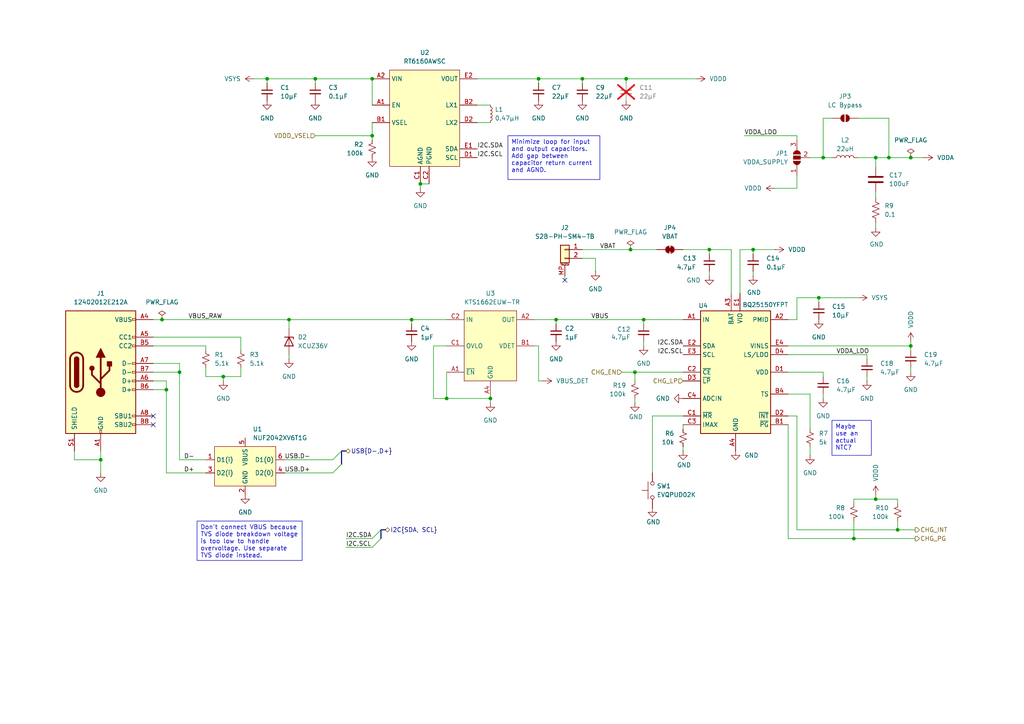
<source format=kicad_sch>
(kicad_sch (version 20231120) (generator "eeschema") (generator_version "8.0")
  (paper "A4")
  (title_block (title "USB, Battery and PMIC"))
  (lib_symbols
    (symbol "Connector:USB_C_Receptacle_USB2.0_16P" (pin_names (offset 1.016))
      (property "Reference" "J" (at 0 22.225 0))
      (property "Value" "USB_C_Receptacle_USB2.0_16P" (at 0 19.685 0))
      (symbol "USB_C_Receptacle_USB2.0_16P_0_0"
        (rectangle (start -0.254 -17.78) (end 0.254 -16.764))
        (rectangle (start 10.16 -14.986) (end 9.144 -15.494))
        (rectangle (start 10.16 -12.446) (end 9.144 -12.954))
        (rectangle (start 10.16 -4.826) (end 9.144 -5.334))
        (rectangle (start 10.16 -2.286) (end 9.144 -2.794))
        (rectangle (start 10.16 0.254) (end 9.144 -0.254))
        (rectangle (start 10.16 2.794) (end 9.144 2.286))
        (rectangle (start 10.16 7.874) (end 9.144 7.366))
        (rectangle (start 10.16 10.414) (end 9.144 9.906))
        (rectangle (start 10.16 15.494) (end 9.144 14.986))
      )
      (symbol "USB_C_Receptacle_USB2.0_16P_0_1"
        (rectangle (start -10.16 17.78) (end 10.16 -17.78) (stroke (width 0.254)) (fill (type background)))
        (arc (start -8.89 -3.81) (mid -6.985 -5.7067) (end -5.08 -3.81) (stroke (width 0.508)))
        (arc (start -7.62 -3.81) (mid -6.985 -4.4423) (end -6.35 -3.81) (stroke (width 0.254)))
        (arc (start -7.62 -3.81) (mid -6.985 -4.4423) (end -6.35 -3.81) (stroke (width 0.254)) (fill (type outline)))
        (rectangle (start -7.62 -3.81) (end -6.35 3.81) (stroke (width 0.254)) (fill (type outline)))
        (arc (start -6.35 3.81) (mid -6.985 4.4423) (end -7.62 3.81) (stroke (width 0.254)))
        (arc (start -6.35 3.81) (mid -6.985 4.4423) (end -7.62 3.81) (stroke (width 0.254)) (fill (type outline)))
        (arc (start -5.08 3.81) (mid -6.985 5.7067) (end -8.89 3.81) (stroke (width 0.508)))
        (circle (center -2.54 1.143) (radius 0.635) (stroke (width 0.254)) (fill (type outline)))
        (circle (center 0 -5.842) (radius 1.27) (fill (type outline)))
        (polyline (pts (xy -8.89 -3.81) (xy -8.89 3.81)) (stroke (width 0.508)))
        (polyline (pts (xy -5.08 3.81) (xy -5.08 -3.81)) (stroke (width 0.508)))
        (polyline (pts (xy 0 -5.842) (xy 0 4.318)) (stroke (width 0.508)))
        (polyline (pts (xy 0 -3.302) (xy -2.54 -0.762) (xy -2.54 0.508)) (stroke (width 0.508)))
        (polyline (pts (xy 0 -2.032) (xy 2.54 0.508) (xy 2.54 1.778)) (stroke (width 0.508)))
        (polyline (pts (xy -1.27 4.318) (xy 0 6.858) (xy 1.27 4.318) (xy -1.27 4.318)) (stroke (width 0.254)) (fill (type outline)))
        (rectangle (start 1.905 1.778) (end 3.175 3.048) (stroke (width 0.254)) (fill (type outline)))
      )
      (symbol "USB_C_Receptacle_USB2.0_16P_1_1"
        (pin passive line (at 0 -22.86 90) (length 5.08) (name "GND") (number "A1"))
        (pin passive line (at 0 -22.86 90) (length 5.08) hide (name "GND") (number "A12"))
        (pin passive line (at 15.24 15.24 180) (length 5.08) (name "VBUS") (number "A4"))
        (pin bidirectional line (at 15.24 10.16 180) (length 5.08) (name "CC1") (number "A5"))
        (pin bidirectional line (at 15.24 -2.54 180) (length 5.08) (name "D+") (number "A6"))
        (pin bidirectional line (at 15.24 2.54 180) (length 5.08) (name "D-") (number "A7"))
        (pin bidirectional line (at 15.24 -12.7 180) (length 5.08) (name "SBU1") (number "A8"))
        (pin passive line (at 15.24 15.24 180) (length 5.08) hide (name "VBUS") (number "A9"))
        (pin passive line (at 0 -22.86 90) (length 5.08) hide (name "GND") (number "B1"))
        (pin passive line (at 0 -22.86 90) (length 5.08) hide (name "GND") (number "B12"))
        (pin passive line (at 15.24 15.24 180) (length 5.08) hide (name "VBUS") (number "B4"))
        (pin bidirectional line (at 15.24 7.62 180) (length 5.08) (name "CC2") (number "B5"))
        (pin bidirectional line (at 15.24 -5.08 180) (length 5.08) (name "D+") (number "B6"))
        (pin bidirectional line (at 15.24 0 180) (length 5.08) (name "D-") (number "B7"))
        (pin bidirectional line (at 15.24 -15.24 180) (length 5.08) (name "SBU2") (number "B8"))
        (pin passive line (at 15.24 15.24 180) (length 5.08) hide (name "VBUS") (number "B9"))
        (pin passive line (at -7.62 -22.86 90) (length 5.08) (name "SHIELD") (number "S1"))
      )
    )
    (symbol "Connector_Generic_MountingPin:Conn_01x02_MountingPin" (pin_names (offset 1.016) hide)
      (property "Reference" "J" (at 0 2.54 0))
      (property "Value" "Conn_01x02_MountingPin" (at 1.27 -5.08 0))
      (symbol "Conn_01x02_MountingPin_1_1"
        (rectangle (start -1.27 -2.413) (end 0 -2.667) (stroke (width 0.1524)))
        (rectangle (start -1.27 0.127) (end 0 -0.127) (stroke (width 0.1524)))
        (rectangle (start -1.27 1.27) (end 1.27 -3.81) (stroke (width 0.254)) (fill (type background)))
        (polyline (pts (xy -1.016 -4.572) (xy 1.016 -4.572)) (stroke (width 0.1524)))
        (text "Mounting" (at 0 -4.191 0) (effects (font (size 0.381 0.381))))
        (pin passive line (at -5.08 0 0) (length 3.81) (name "Pin_1") (number "1"))
        (pin passive line (at -5.08 -2.54 0) (length 3.81) (name "Pin_2") (number "2"))
        (pin passive line (at 0 -7.62 90) (length 3.048) (name "MountPin") (number "MP"))
      )
    )
    (symbol "Device:C" (pin_numbers hide) (pin_names (offset 0.254))
      (property "Reference" "C" (at 0.635 2.54 0))
      (property "Value" "C" (at 0.635 -2.54 0))
      (symbol "C_0_1"
        (polyline (pts (xy -2.032 -0.762) (xy 2.032 -0.762)) (stroke (width 0.508)))
        (polyline (pts (xy -2.032 0.762) (xy 2.032 0.762)) (stroke (width 0.508)))
      )
      (symbol "C_1_1"
        (pin passive line (at 0 3.81 270) (length 2.794) (name "~") (number "1"))
        (pin passive line (at 0 -3.81 90) (length 2.794) (name "~") (number "2"))
      )
    )
    (symbol "Device:C_Small" (pin_numbers hide) (pin_names (offset 0.254) hide)
      (property "Reference" "C" (at 0.254 1.778 0))
      (property "Value" "C_Small" (at 0.254 -2.032 0))
      (symbol "C_Small_0_1"
        (polyline (pts (xy -1.524 -0.508) (xy 1.524 -0.508)) (stroke (width 0.3302)))
        (polyline (pts (xy -1.524 0.508) (xy 1.524 0.508)) (stroke (width 0.3048)))
      )
      (symbol "C_Small_1_1"
        (pin passive line (at 0 2.54 270) (length 2.032) (name "~") (number "1"))
        (pin passive line (at 0 -2.54 90) (length 2.032) (name "~") (number "2"))
      )
    )
    (symbol "Device:L" (pin_numbers hide) (pin_names (offset 1.016) hide)
      (property "Reference" "L" (at -1.27 0 90))
      (property "Value" "L" (at 1.905 0 90))
      (symbol "L_0_1"
        (arc (start 0 -2.54) (mid 0.6323 -1.905) (end 0 -1.27))
        (arc (start 0 -1.27) (mid 0.6323 -0.635) (end 0 0))
        (arc (start 0 0) (mid 0.6323 0.635) (end 0 1.27))
        (arc (start 0 1.27) (mid 0.6323 1.905) (end 0 2.54))
      )
      (symbol "L_1_1"
        (pin passive line (at 0 3.81 270) (length 1.27) (name "1") (number "1"))
        (pin passive line (at 0 -3.81 90) (length 1.27) (name "2") (number "2"))
      )
    )
    (symbol "Device:L_Small" (pin_numbers hide) (pin_names (offset 0.254) hide)
      (property "Reference" "L" (at 0.762 1.016 0))
      (property "Value" "L_Small" (at 0.762 -1.016 0))
      (symbol "L_Small_0_1"
        (arc (start 0 -2.032) (mid 0.5058 -1.524) (end 0 -1.016))
        (arc (start 0 -1.016) (mid 0.5058 -0.508) (end 0 0))
        (arc (start 0 0) (mid 0.5058 0.508) (end 0 1.016))
        (arc (start 0 1.016) (mid 0.5058 1.524) (end 0 2.032))
      )
      (symbol "L_Small_1_1"
        (pin passive line (at 0 2.54 270) (length 0.508) (name "~") (number "1"))
        (pin passive line (at 0 -2.54 90) (length 0.508) (name "~") (number "2"))
      )
    )
    (symbol "Device:R_Small_US" (pin_numbers hide) (pin_names (offset 0.254) hide)
      (property "Reference" "R" (at 0.762 0.508 0))
      (property "Value" "R_Small_US" (at 0.762 -1.016 0))
      (symbol "R_Small_US_1_1"
        (polyline (pts (xy 0 0) (xy 1.016 -0.381) (xy 0 -0.762) (xy -1.016 -1.143) (xy 0 -1.524)))
        (polyline (pts (xy 0 1.524) (xy 1.016 1.143) (xy 0 0.762) (xy -1.016 0.381) (xy 0 0)))
        (pin passive line (at 0 2.54 270) (length 1.016) (name "~") (number "1"))
        (pin passive line (at 0 -2.54 90) (length 1.016) (name "~") (number "2"))
      )
    )
    (symbol "Device:R_US" (pin_numbers hide) (pin_names (offset 0))
      (property "Reference" "R" (at 2.54 0 90))
      (property "Value" "R_US" (at -2.54 0 90))
      (symbol "R_US_0_1"
        (polyline (pts (xy 0 -2.286) (xy 0 -2.54)))
        (polyline (pts (xy 0 2.286) (xy 0 2.54)))
        (polyline (pts (xy 0 -0.762) (xy 1.016 -1.143) (xy 0 -1.524) (xy -1.016 -1.905) (xy 0 -2.286)))
        (polyline (pts (xy 0 0.762) (xy 1.016 0.381) (xy 0 0) (xy -1.016 -0.381) (xy 0 -0.762)))
        (polyline (pts (xy 0 2.286) (xy 1.016 1.905) (xy 0 1.524) (xy -1.016 1.143) (xy 0 0.762)))
      )
      (symbol "R_US_1_1"
        (pin passive line (at 0 3.81 270) (length 1.27) (name "~") (number "1"))
        (pin passive line (at 0 -3.81 90) (length 1.27) (name "~") (number "2"))
      )
    )
    (symbol "Diode:ZPYxx" (pin_numbers hide) (pin_names hide)
      (property "Reference" "D" (at 0 2.54 0))
      (property "Value" "ZPYxx" (at 0 -2.54 0))
      (symbol "ZPYxx_0_1"
        (polyline (pts (xy 1.27 0) (xy -1.27 0)))
        (polyline (pts (xy -1.27 -1.27) (xy -1.27 1.27) (xy -0.762 1.27)) (stroke (width 0.254)))
        (polyline (pts (xy 1.27 -1.27) (xy 1.27 1.27) (xy -1.27 0) (xy 1.27 -1.27)) (stroke (width 0.254)))
      )
      (symbol "ZPYxx_1_1"
        (pin passive line (at -3.81 0 0) (length 2.54) (name "K") (number "1"))
        (pin passive line (at 3.81 0 180) (length 2.54) (name "A") (number "2"))
      )
    )
    (symbol "Jumper:SolderJumper_2_Bridged" (pin_numbers hide) (pin_names (offset 0) hide) (exclude_from_sim yes) (in_bom no)
      (property "Reference" "JP" (at 0 2.032 0))
      (property "Value" "SolderJumper_2_Bridged" (at 0 -2.54 0))
      (symbol "SolderJumper_2_Bridged_0_1"
        (rectangle (start -0.508 0.508) (end 0.508 -0.508) (fill (type outline)))
        (arc (start -0.254 1.016) (mid -1.2656 0) (end -0.254 -1.016))
        (arc (start -0.254 1.016) (mid -1.2656 0) (end -0.254 -1.016) (fill (type outline)))
        (polyline (pts (xy -0.254 1.016) (xy -0.254 -1.016)))
        (polyline (pts (xy 0.254 1.016) (xy 0.254 -1.016)))
        (arc (start 0.254 -1.016) (mid 1.2656 0) (end 0.254 1.016))
        (arc (start 0.254 -1.016) (mid 1.2656 0) (end 0.254 1.016) (fill (type outline)))
      )
      (symbol "SolderJumper_2_Bridged_1_1"
        (pin passive line (at -3.81 0 0) (length 2.54) (name "A") (number "1"))
        (pin passive line (at 3.81 0 180) (length 2.54) (name "B") (number "2"))
      )
    )
    (symbol "Jumper:SolderJumper_2_Open" (pin_numbers hide) (pin_names (offset 0) hide) (exclude_from_sim yes) (in_bom no)
      (property "Reference" "JP" (at 0 2.032 0))
      (property "Value" "SolderJumper_2_Open" (at 0 -2.54 0))
      (symbol "SolderJumper_2_Open_0_1"
        (arc (start -0.254 1.016) (mid -1.2656 0) (end -0.254 -1.016))
        (arc (start -0.254 1.016) (mid -1.2656 0) (end -0.254 -1.016) (fill (type outline)))
        (polyline (pts (xy -0.254 1.016) (xy -0.254 -1.016)))
        (polyline (pts (xy 0.254 1.016) (xy 0.254 -1.016)))
        (arc (start 0.254 -1.016) (mid 1.2656 0) (end 0.254 1.016))
        (arc (start 0.254 -1.016) (mid 1.2656 0) (end 0.254 1.016) (fill (type outline)))
      )
      (symbol "SolderJumper_2_Open_1_1"
        (pin passive line (at -3.81 0 0) (length 2.54) (name "A") (number "1"))
        (pin passive line (at 3.81 0 180) (length 2.54) (name "B") (number "2"))
      )
    )
    (symbol "Jumper:SolderJumper_3_Open" (pin_names (offset 0) hide) (exclude_from_sim yes) (in_bom no)
      (property "Reference" "JP" (at -2.54 -2.54 0))
      (property "Value" "SolderJumper_3_Open" (at 0 2.794 0))
      (symbol "SolderJumper_3_Open_0_1"
        (arc (start -1.016 1.016) (mid -2.0276 0) (end -1.016 -1.016))
        (arc (start -1.016 1.016) (mid -2.0276 0) (end -1.016 -1.016) (fill (type outline)))
        (rectangle (start -0.508 1.016) (end 0.508 -1.016) (fill (type outline)))
        (polyline (pts (xy -2.54 0) (xy -2.032 0)))
        (polyline (pts (xy -1.016 1.016) (xy -1.016 -1.016)))
        (polyline (pts (xy 0 -1.27) (xy 0 -1.016)))
        (polyline (pts (xy 1.016 1.016) (xy 1.016 -1.016)))
        (polyline (pts (xy 2.54 0) (xy 2.032 0)))
        (arc (start 1.016 -1.016) (mid 2.0276 0) (end 1.016 1.016))
        (arc (start 1.016 -1.016) (mid 2.0276 0) (end 1.016 1.016) (fill (type outline)))
      )
      (symbol "SolderJumper_3_Open_1_1"
        (pin passive line (at -5.08 0 0) (length 2.54) (name "A") (number "1"))
        (pin passive line (at 0 -3.81 90) (length 2.54) (name "C") (number "2"))
        (pin passive line (at 5.08 0 180) (length 2.54) (name "B") (number "3"))
      )
    )
    (symbol "Switch:SW_Push" (pin_numbers hide) (pin_names (offset 1.016) hide)
      (property "Reference" "SW" (at 1.27 2.54 0))
      (property "Value" "SW_Push" (at 0 -1.524 0))
      (symbol "SW_Push_0_1"
        (circle (center -2.032 0) (radius 0.508))
        (polyline (pts (xy 0 1.27) (xy 0 3.048)))
        (polyline (pts (xy 2.54 1.27) (xy -2.54 1.27)))
        (circle (center 2.032 0) (radius 0.508))
        (pin passive line (at -5.08 0 0) (length 2.54) (name "1") (number "1"))
        (pin passive line (at 5.08 0 180) (length 2.54) (name "2") (number "2"))
      )
    )
    (symbol "power:GND" (power) (pin_numbers hide) (pin_names (offset 0) hide)
      (property "Value" "GND" (at 0 -3.81 0))
      (symbol "GND_0_1"
        (polyline (pts (xy 0 0) (xy 0 -1.27) (xy 1.27 -1.27) (xy 0 -2.54) (xy -1.27 -1.27) (xy 0 -1.27)))
      )
      (symbol "GND_1_1"
        (pin power_in line (at 0 0 270) (length 0) (name "~") (number "1"))
      )
    )
    (symbol "power:PWR_FLAG" (power) (pin_numbers hide) (pin_names (offset 0) hide)
      (property "Value" "PWR_FLAG" (at 0 3.81 0))
      (symbol "PWR_FLAG_0_0"
        (pin power_out line (at 0 0 90) (length 0) (name "~") (number "1"))
      )
      (symbol "PWR_FLAG_0_1"
        (polyline (pts (xy 0 0) (xy 0 1.27) (xy -1.016 1.905) (xy 0 2.54) (xy 1.016 1.905) (xy 0 1.27)))
      )
    )
    (symbol "power:VCC" (power) (pin_numbers hide) (pin_names (offset 0) hide)
      (property "Value" "VCC" (at 0 3.556 0))
      (symbol "VCC_0_1"
        (polyline (pts (xy -0.762 1.27) (xy 0 2.54)))
        (polyline (pts (xy 0 0) (xy 0 2.54)))
        (polyline (pts (xy 0 2.54) (xy 0.762 1.27)))
      )
      (symbol "VCC_1_1"
        (pin power_in line (at 0 0 90) (length 0) (name "~") (number "1"))
      )
    )
    (symbol "zeus-le:BQ25150"
      (property "Reference" "U" (at -10.16 19.05 0))
      (property "Value" "BQ25150" (at 9.652 19.05 0))
      (symbol "BQ25150_1_1"
        (rectangle (start -10.16 17.78) (end 10.16 -17.78) (stroke (width 0.254)) (fill (type background)))
        (pin power_in line (at -15.24 15.24 0) (length 5.08) (name "IN") (number "A1"))
        (pin power_out line (at 15.24 15.24 180) (length 5.08) (name "PMID") (number "A2"))
        (pin power_in line (at -1.27 22.86 270) (length 5.08) (name "BAT") (number "A3"))
        (pin power_in line (at 0 -22.86 90) (length 5.08) (name "GND") (number "A4"))
        (pin output line (at 15.24 -15.24 180) (length 5.08) (name "~{PG}") (number "B1"))
        (pin passive line (at 15.24 15.24 180) (length 5.08) hide (name "PMID") (number "B2"))
        (pin passive line (at -1.27 22.86 270) (length 5.08) hide (name "BAT") (number "B3"))
        (pin power_out line (at 15.24 -6.35 180) (length 5.08) (name "TS") (number "B4"))
        (pin input line (at -15.24 -12.7 0) (length 5.08) (name "~{MR}") (number "C1"))
        (pin input line (at -15.24 0 0) (length 5.08) (name "~{CE}") (number "C2"))
        (pin input line (at -15.24 -15.24 0) (length 5.08) (name "IMAX") (number "C3"))
        (pin input line (at -15.24 -7.62 0) (length 5.08) (name "ADCIN") (number "C4"))
        (pin power_out line (at 15.24 0 180) (length 5.08) (name "VDD") (number "D1"))
        (pin output line (at 15.24 -12.7 180) (length 5.08) (name "~{INT}") (number "D2"))
        (pin input line (at -15.24 -2.54 0) (length 5.08) (name "~{LP}") (number "D3"))
        (pin power_out line (at 15.24 5.08 180) (length 5.08) (name "LS/LDO") (number "D4"))
        (pin power_in line (at 1.27 22.86 270) (length 5.08) (name "VIO") (number "E1"))
        (pin bidirectional line (at -15.24 7.62 0) (length 5.08) (name "SDA") (number "E2"))
        (pin input line (at -15.24 5.08 0) (length 5.08) (name "SCL") (number "E3"))
        (pin power_in line (at 15.24 7.62 180) (length 5.08) (name "VINLS") (number "E4"))
      )
    )
    (symbol "zeus-le:KTS1662"
      (property "Reference" "U" (at -6.858 10.16 0))
      (property "Value" "KTS1662" (at 3.048 10.16 0))
      (symbol "KTS1662_1_1"
        (rectangle (start -7.62 8.89) (end 7.62 -11.43) (fill (type background)))
        (pin input line (at -12.7 -8.89 0) (length 5.08) (name "~{EN}") (number "A1"))
        (pin power_out line (at 12.7 6.35 180) (length 5.08) (name "OUT") (number "A2"))
        (pin passive line (at 12.7 6.35 180) (length 5.08) hide (name "OUT") (number "A3"))
        (pin power_in line (at 0 -16.51 90) (length 5.08) (name "GND") (number "A4"))
        (pin power_out line (at 12.7 -1.27 180) (length 5.08) (name "VDET") (number "B1"))
        (pin passive line (at 12.7 6.35 180) (length 5.08) hide (name "OUT") (number "B2"))
        (pin passive line (at -12.7 6.35 0) (length 5.08) hide (name "IN") (number "B3"))
        (pin passive line (at 0 -16.51 90) (length 5.08) hide (name "GND") (number "B4"))
        (pin input line (at -12.7 -1.27 0) (length 5.08) (name "OVLO") (number "C1"))
        (pin power_in line (at -12.7 6.35 0) (length 5.08) (name "IN") (number "C2"))
        (pin passive line (at -12.7 6.35 0) (length 5.08) hide (name "IN") (number "C3"))
        (pin passive line (at 0 -16.51 90) (length 5.08) hide (name "GND") (number "C4"))
      )
    )
    (symbol "zeus-le:NUF2042XV6"
      (property "Reference" "U" (at -8.382 13.97 0))
      (property "Value" "NUF2042XV6" (at 7.62 13.97 0))
      (symbol "NUF2042XV6_1_1"
        (rectangle (start -8.89 12.7) (end 8.89 1.27) (fill (type background)))
        (pin passive line (at -11.43 8.89 0) (length 2.54) (name "D1(i)") (number "1"))
        (pin power_in line (at 0 -1.27 90) (length 2.54) (name "GND") (number "2"))
        (pin passive line (at -11.43 5.08 0) (length 2.54) (name "D2(i)") (number "3"))
        (pin passive line (at 11.43 5.08 180) (length 2.54) (name "D2(0)") (number "4"))
        (pin power_in line (at 0 15.24 270) (length 2.54) (name "VBUS") (number "5"))
        (pin passive line (at 11.43 8.89 180) (length 2.54) (name "D1(0)") (number "6"))
      )
    )
    (symbol "zeus-le:RT6160AWSC"
      (property "Reference" "U" (at -9.652 14.986 0))
      (property "Value" "RT6160AWSC" (at 6.096 14.986 0))
      (symbol "RT6160AWSC_1_1"
        (rectangle (start -10.16 13.97) (end 10.16 -13.97) (fill (type background)))
        (pin input line (at -15.24 3.81 0) (length 5.08) (name "EN") (number "A1"))
        (pin power_in line (at -15.24 11.43 0) (length 5.08) (name "VIN") (number "A2"))
        (pin passive line (at -15.24 11.43 0) (length 5.08) hide (name "VIN") (number "A3"))
        (pin input line (at -15.24 -1.27 0) (length 5.08) (name "VSEL") (number "B1"))
        (pin output line (at 15.24 3.81 180) (length 5.08) (name "LX1") (number "B2"))
        (pin passive line (at 15.24 3.81 180) (length 5.08) hide (name "LX1") (number "B3"))
        (pin power_in line (at -1.27 -19.05 90) (length 5.08) (name "AGND") (number "C1"))
        (pin power_in line (at 1.27 -19.05 90) (length 5.08) (name "PGND") (number "C2"))
        (pin passive line (at 1.27 -19.05 90) (length 5.08) hide (name "PGND") (number "C3"))
        (pin input line (at 15.24 -11.43 180) (length 5.08) (name "SCL") (number "D1"))
        (pin output line (at 15.24 -1.27 180) (length 5.08) (name "LX2") (number "D2"))
        (pin passive line (at 15.24 -1.27 180) (length 5.08) hide (name "LX2") (number "D3"))
        (pin bidirectional line (at 15.24 -8.89 180) (length 5.08) (name "SDA") (number "E1"))
        (pin power_out line (at 15.24 11.43 180) (length 5.08) (name "VOUT") (number "E2"))
        (pin passive line (at 15.24 11.43 180) (length 5.08) hide (name "VOUT") (number "E3"))
      )
    )
  )
  (junction (at 52.07 107.95))
  (junction (at 186.69 92.71))
  (junction (at 156.21 22.86))
  (junction (at 121.92 53.34))
  (junction (at 29.21 133.35))
  (junction (at 218.44 72.39))
  (junction (at 77.47 22.86))
  (junction (at 48.26 113.03))
  (junction (at 237.49 86.36))
  (junction (at 247.65 156.21))
  (junction (at 119.38 92.71))
  (junction (at 168.91 22.86))
  (junction (at 107.95 39.37))
  (junction (at 91.44 22.86))
  (junction (at 182.88 72.39))
  (junction (at 46.99 92.71))
  (junction (at 142.24 115.57))
  (junction (at 254 144.78))
  (junction (at 257.81 45.72))
  (junction (at 184.15 107.95))
  (junction (at 181.61 22.86))
  (junction (at 264.16 45.72))
  (junction (at 260.35 153.67))
  (junction (at 83.82 92.71))
  (junction (at 64.77 109.22))
  (junction (at 129.54 115.57))
  (junction (at 161.29 92.71))
  (junction (at 254 45.72))
  (junction (at 205.74 72.39))
  (junction (at 107.95 22.86))
  (junction (at 238.76 45.72))
  (junction (at 264.16 100.33))
  (no_connect (at 44.45 123.19))
  (no_connect (at 163.83 81.28))
  (no_connect (at 44.45 120.65))
  (bus_entry (at 99.06 130.81) (size -2.54 2.54))
  (bus_entry (at 99.06 134.62) (size -2.54 2.54))
  (bus_entry (at 110.49 153.67) (size -2.54 2.54))
  (bus_entry (at 110.49 156.21) (size -2.54 2.54))
  (wire (pts (xy 238.76 34.29) (xy 241.3 34.29)))
  (wire (pts (xy 231.14 92.71) (xy 228.6 92.71)))
  (wire (pts (xy 254 48.26) (xy 254 45.72)))
  (wire (pts (xy 77.47 24.13) (xy 77.47 22.86)))
  (wire (pts (xy 231.14 54.61) (xy 231.14 50.8)))
  (wire (pts (xy 138.43 22.86) (xy 156.21 22.86)))
  (wire (pts (xy 91.44 24.13) (xy 91.44 22.86)))
  (wire (pts (xy 59.69 100.33) (xy 59.69 101.6)))
  (wire (pts (xy 83.82 92.71) (xy 83.82 95.25)))
  (wire (pts (xy 125.73 100.33) (xy 125.73 115.57)))
  (wire (pts (xy 138.43 30.48) (xy 142.24 30.48)))
  (wire (pts (xy 205.74 80.01) (xy 205.74 78.74)))
  (wire (pts (xy 234.95 129.54) (xy 234.95 132.08)))
  (wire (pts (xy 48.26 137.16) (xy 48.26 113.03)))
  (wire (pts (xy 254 144.78) (xy 260.35 144.78)))
  (wire (pts (xy 168.91 22.86) (xy 181.61 22.86)))
  (wire (pts (xy 154.94 92.71) (xy 161.29 92.71)))
  (wire (pts (xy 91.44 39.37) (xy 107.95 39.37)))
  (wire (pts (xy 156.21 100.33) (xy 156.21 110.49)))
  (wire (pts (xy 247.65 144.78) (xy 247.65 146.05)))
  (wire (pts (xy 83.82 92.71) (xy 119.38 92.71)))
  (wire (pts (xy 260.35 153.67) (xy 231.14 153.67)))
  (wire (pts (xy 52.07 133.35) (xy 59.69 133.35)))
  (wire (pts (xy 107.95 39.37) (xy 107.95 35.56)))
  (wire (pts (xy 186.69 93.98) (xy 186.69 92.71)))
  (wire (pts (xy 163.83 81.28) (xy 163.83 80.01)))
  (wire (pts (xy 264.16 99.06) (xy 264.16 100.33)))
  (wire (pts (xy 168.91 72.39) (xy 182.88 72.39)))
  (wire (pts (xy 156.21 110.49) (xy 157.48 110.49)))
  (wire (pts (xy 107.95 22.86) (xy 107.95 30.48)))
  (wire (pts (xy 77.47 22.86) (xy 91.44 22.86)))
  (wire (pts (xy 212.09 72.39) (xy 212.09 85.09)))
  (wire (pts (xy 82.55 137.16) (xy 96.52 137.16)))
  (wire (pts (xy 231.14 39.37) (xy 231.14 40.64)))
  (wire (pts (xy 238.76 45.72) (xy 238.76 34.29)))
  (wire (pts (xy 52.07 105.41) (xy 52.07 107.95)))
  (wire (pts (xy 91.44 22.86) (xy 107.95 22.86)))
  (wire (pts (xy 29.21 133.35) (xy 29.21 130.81)))
  (wire (pts (xy 234.95 114.3) (xy 234.95 124.46)))
  (wire (pts (xy 100.33 156.21) (xy 107.95 156.21)))
  (wire (pts (xy 214.63 72.39) (xy 218.44 72.39)))
  (wire (pts (xy 228.6 102.87) (xy 251.46 102.87)))
  (wire (pts (xy 184.15 107.95) (xy 198.12 107.95)))
  (wire (pts (xy 154.94 100.33) (xy 156.21 100.33)))
  (wire (pts (xy 182.88 72.39) (xy 190.5 72.39)))
  (wire (pts (xy 172.72 74.93) (xy 172.72 78.74)))
  (wire (pts (xy 181.61 22.86) (xy 201.93 22.86)))
  (wire (pts (xy 142.24 116.84) (xy 142.24 115.57)))
  (wire (pts (xy 238.76 107.95) (xy 238.76 109.22)))
  (wire (pts (xy 237.49 86.36) (xy 237.49 87.63)))
  (wire (pts (xy 44.45 113.03) (xy 48.26 113.03)))
  (wire (pts (xy 69.85 106.68) (xy 69.85 109.22)))
  (wire (pts (xy 257.81 45.72) (xy 264.16 45.72)))
  (wire (pts (xy 198.12 124.46) (xy 198.12 123.19)))
  (wire (pts (xy 181.61 24.13) (xy 181.61 22.86)))
  (wire (pts (xy 121.92 53.34) (xy 121.92 54.61)))
  (bus (pts (xy 99.06 130.81) (xy 99.06 134.62)))
  (wire (pts (xy 198.12 72.39) (xy 205.74 72.39)))
  (wire (pts (xy 121.92 53.34) (xy 124.46 53.34)))
  (wire (pts (xy 254 45.72) (xy 257.81 45.72)))
  (wire (pts (xy 59.69 106.68) (xy 59.69 109.22)))
  (wire (pts (xy 156.21 22.86) (xy 168.91 22.86)))
  (wire (pts (xy 21.59 130.81) (xy 21.59 133.35)))
  (wire (pts (xy 44.45 100.33) (xy 59.69 100.33)))
  (wire (pts (xy 231.14 120.65) (xy 228.6 120.65)))
  (bus (pts (xy 111.76 153.67) (xy 110.49 153.67)))
  (wire (pts (xy 251.46 104.14) (xy 251.46 102.87)))
  (wire (pts (xy 180.34 107.95) (xy 184.15 107.95)))
  (wire (pts (xy 231.14 153.67) (xy 231.14 120.65)))
  (wire (pts (xy 264.16 107.95) (xy 264.16 106.68)))
  (wire (pts (xy 129.54 107.95) (xy 129.54 115.57)))
  (wire (pts (xy 251.46 110.49) (xy 251.46 109.22)))
  (wire (pts (xy 254 66.04) (xy 254 64.77)))
  (wire (pts (xy 247.65 156.21) (xy 265.43 156.21)))
  (wire (pts (xy 21.59 133.35) (xy 29.21 133.35)))
  (wire (pts (xy 52.07 107.95) (xy 52.07 133.35)))
  (wire (pts (xy 184.15 115.57) (xy 184.15 116.84)))
  (wire (pts (xy 138.43 35.56) (xy 142.24 35.56)))
  (wire (pts (xy 189.23 120.65) (xy 198.12 120.65)))
  (wire (pts (xy 254 144.78) (xy 247.65 144.78)))
  (wire (pts (xy 168.91 74.93) (xy 172.72 74.93)))
  (wire (pts (xy 254 143.51) (xy 254 144.78)))
  (wire (pts (xy 119.38 92.71) (xy 129.54 92.71)))
  (wire (pts (xy 44.45 105.41) (xy 52.07 105.41)))
  (wire (pts (xy 257.81 34.29) (xy 257.81 45.72)))
  (wire (pts (xy 69.85 97.79) (xy 69.85 101.6)))
  (wire (pts (xy 205.74 72.39) (xy 212.09 72.39)))
  (wire (pts (xy 44.45 107.95) (xy 52.07 107.95)))
  (wire (pts (xy 238.76 115.57) (xy 238.76 114.3)))
  (wire (pts (xy 238.76 45.72) (xy 241.3 45.72)))
  (wire (pts (xy 264.16 45.72) (xy 267.97 45.72)))
  (wire (pts (xy 224.79 54.61) (xy 231.14 54.61)))
  (wire (pts (xy 168.91 24.13) (xy 168.91 22.86)))
  (wire (pts (xy 184.15 107.95) (xy 184.15 110.49)))
  (wire (pts (xy 248.92 34.29) (xy 257.81 34.29)))
  (wire (pts (xy 64.77 110.49) (xy 64.77 109.22)))
  (wire (pts (xy 260.35 144.78) (xy 260.35 146.05)))
  (wire (pts (xy 119.38 92.71) (xy 119.38 93.98)))
  (wire (pts (xy 218.44 73.66) (xy 218.44 72.39)))
  (wire (pts (xy 125.73 100.33) (xy 129.54 100.33)))
  (wire (pts (xy 214.63 85.09) (xy 214.63 72.39)))
  (wire (pts (xy 228.6 100.33) (xy 264.16 100.33)))
  (wire (pts (xy 29.21 137.16) (xy 29.21 133.35)))
  (wire (pts (xy 44.45 92.71) (xy 46.99 92.71)))
  (wire (pts (xy 73.66 22.86) (xy 77.47 22.86)))
  (wire (pts (xy 82.55 133.35) (xy 96.52 133.35)))
  (wire (pts (xy 228.6 156.21) (xy 247.65 156.21)))
  (wire (pts (xy 260.35 151.13) (xy 260.35 153.67)))
  (wire (pts (xy 231.14 86.36) (xy 231.14 92.71)))
  (wire (pts (xy 234.95 45.72) (xy 238.76 45.72)))
  (wire (pts (xy 205.74 73.66) (xy 205.74 72.39)))
  (wire (pts (xy 218.44 72.39) (xy 224.79 72.39)))
  (wire (pts (xy 107.95 40.64) (xy 107.95 39.37)))
  (wire (pts (xy 198.12 129.54) (xy 198.12 130.81)))
  (wire (pts (xy 100.33 158.75) (xy 107.95 158.75)))
  (wire (pts (xy 186.69 100.33) (xy 186.69 99.06)))
  (wire (pts (xy 264.16 101.6) (xy 264.16 100.33)))
  (wire (pts (xy 125.73 115.57) (xy 129.54 115.57)))
  (wire (pts (xy 44.45 97.79) (xy 69.85 97.79)))
  (wire (pts (xy 46.99 92.71) (xy 83.82 92.71)))
  (wire (pts (xy 48.26 137.16) (xy 59.69 137.16)))
  (wire (pts (xy 254 57.15) (xy 254 55.88)))
  (wire (pts (xy 228.6 107.95) (xy 238.76 107.95)))
  (wire (pts (xy 228.6 123.19) (xy 228.6 156.21)))
  (bus (pts (xy 110.49 156.21) (xy 110.49 153.67)))
  (wire (pts (xy 218.44 78.74) (xy 218.44 80.01)))
  (wire (pts (xy 59.69 109.22) (xy 64.77 109.22)))
  (bus (pts (xy 99.06 130.81) (xy 100.33 130.81)))
  (wire (pts (xy 247.65 151.13) (xy 247.65 156.21)))
  (wire (pts (xy 215.9 39.37) (xy 231.14 39.37)))
  (wire (pts (xy 161.29 92.71) (xy 186.69 92.71)))
  (wire (pts (xy 189.23 137.16) (xy 189.23 120.65)))
  (wire (pts (xy 48.26 110.49) (xy 48.26 113.03)))
  (wire (pts (xy 248.92 86.36) (xy 237.49 86.36)))
  (wire (pts (xy 44.45 110.49) (xy 48.26 110.49)))
  (wire (pts (xy 83.82 104.14) (xy 83.82 102.87)))
  (wire (pts (xy 228.6 114.3) (xy 234.95 114.3)))
  (wire (pts (xy 69.85 109.22) (xy 64.77 109.22)))
  (wire (pts (xy 156.21 24.13) (xy 156.21 22.86)))
  (wire (pts (xy 265.43 153.67) (xy 260.35 153.67)))
  (wire (pts (xy 161.29 92.71) (xy 161.29 93.98)))
  (wire (pts (xy 129.54 115.57) (xy 142.24 115.57)))
  (wire (pts (xy 186.69 92.71) (xy 198.12 92.71)))
  (wire (pts (xy 237.49 86.36) (xy 231.14 86.36)))
  (wire (pts (xy 248.92 45.72) (xy 254 45.72)))
  (text_box "Minimize loop for input and output capacitors. Add gap between capacitor return current and AGND." (at 147.32 39.37 0) (size 26.67 12.7) (effects (font (size 1.27 1.27)) (justify left top)))
  (text_box "Don't connect VBUS because TVS diode breakdown voltage is too low to handle overvoltage. Use separate TVS diode instead." (at 57.15 151.13 0) (size 30.48 11.43) (effects (font (size 1.27 1.27)) (justify left top)))
  (text_box "Maybe use an actual NTC?" (at 241.3 121.92 0) (size 11.43 10.16) (effects (font (size 1.27 1.27)) (justify left top)))
  (label "VDDA_LDO" (at 242.57 102.87 0))
  (label "I2C.SCL" (at 198.12 102.87 180))
  (label "I2C.SCL" (at 138.43 45.72 0))
  (label "VDDA_LDO" (at 215.9 39.37 0))
  (label "I2C.SDA" (at 138.43 43.18 0))
  (label "I2C.SDA" (at 198.12 100.33 180))
  (label "I2C.SCL" (at 100.33 158.75 0))
  (label "VBUS" (at 171.45 92.71 0))
  (label "USB.D-" (at 82.55 133.35 0))
  (label "VBUS_RAW" (at 54.61 92.71 0))
  (label "USB.D+" (at 82.55 137.16 0))
  (label "D+" (at 53.34 137.16 0))
  (label "VBAT" (at 173.99 72.39 0))
  (label "D-" (at 53.34 133.35 0))
  (label "I2C.SDA" (at 100.33 156.21 0))
  (hierarchical_label "CHG_INT" (shape output) (at 265.43 153.67 0))
  (hierarchical_label "CHG_PG" (shape output) (at 265.43 156.21 0))
  (hierarchical_label "USB{D-,D+}" (shape bidirectional) (at 100.33 130.81 0))
  (hierarchical_label "VDDD_VSEL" (shape input) (at 91.44 39.37 180))
  (hierarchical_label "CHG_LP" (shape input) (at 198.12 110.49 180))
  (hierarchical_label "CHG_EN" (shape input) (at 180.34 107.95 180))
  (hierarchical_label "I2C{SDA, SCL}" (shape bidirectional) (at 111.76 153.67 0))
  (symbol (lib_id "zeus-le:NUF2042XV6") (at 71.12 142.24 0) (unit 1)
    (property "Reference" "U1" (at 73.3141 124.46 0) (effects (justify left)))
    (property "Value" "NUF2042XV6T1G" (at 73.3141 127 0) (effects (justify left)))
    (property "Footprint" "Package_TO_SOT_SMD:SOT-563" (effects (hide yes)))
    (property "Datasheet" "https://www.onsemi.com/pdf/datasheet/nuf2030xv6-d.pdf" (effects (hide yes)))
    (property "Description" "USB Upstream Terminator with ESD Protection, SOT-563" (effects (hide yes)))
  )
  (symbol (lib_id "Device:C_Small") (at 181.61 26.67 0) (unit 1) (dnp yes)
    (property "Reference" "C11" (at 185.42 25.3999 0) (effects (justify left)))
    (property "Value" "22µF" (at 185.42 27.9399 0) (effects (justify left)))
    (property "Footprint" "Capacitor_SMD:C_0603_1608Metric" (effects (hide yes)))
    (property "Description" "Capacitor, 16V, X7R" (effects (hide yes)))
    (property "manf#" "CL10A226MP8NUNE" (effects (hide yes)))
  )
  (symbol (lib_id "power:GND") (at 213.36 130.81 0) (unit 1)
    (property "Reference" "#PWR030" (effects (hide yes)))
    (property "Value" "GND" (at 215.9 132.0799 0) (effects (justify left)))
    (property "Description" "Power symbol creates a global label with name \"GND\" , ground" (effects (hide yes)))
  )
  (symbol (lib_id "Device:R_Small_US") (at 198.12 127 0) (unit 1)
    (property "Reference" "R6" (at 195.58 125.7299 0) (effects (justify right)))
    (property "Value" "10k" (at 195.58 128.2699 0) (effects (justify right)))
    (property "Footprint" "Resistor_SMD:R_0402_1005Metric" (effects (hide yes)))
    (property "Description" "Resistor, +/- 10%" (effects (hide yes)))
  )
  (symbol (lib_id "Device:C_Small") (at 251.46 106.68 0) (unit 1)
    (property "Reference" "C18" (at 255.27 105.4099 0) (effects (justify left)))
    (property "Value" "4.7µF" (at 255.27 107.9499 0) (effects (justify left)))
    (property "Footprint" "Capacitor_SMD:C_0603_1608Metric" (effects (hide yes)))
    (property "Description" "Capacitor, 25V, X7R, >1µF after derating" (effects (hide yes)))
  )
  (symbol (lib_id "power:GND") (at 184.15 116.84 0) (unit 1)
    (property "Reference" "#PWR044" (effects (hide yes)))
    (property "Value" "GND" (at 182.372 120.904 0) (effects (justify left)))
    (property "Description" "Power symbol creates a global label with name \"GND\" , ground" (effects (hide yes)))
  )
  (symbol (lib_id "power:GND") (at 161.29 99.06 0) (unit 1)
    (property "Reference" "#PWR08" (effects (hide yes)))
    (property "Value" "GND" (at 161.29 104.14 0))
    (property "Description" "Power symbol creates a global label with name \"GND\" , ground" (effects (hide yes)))
  )
  (symbol (lib_id "power:VCC") (at 224.79 72.39 270) (unit 1)
    (property "Reference" "#PWR033" (effects (hide yes)))
    (property "Value" "VDDD" (at 228.6 72.3899 90) (effects (justify left)))
    (property "Description" "Digital supply, 3.4V" (effects (hide yes)))
  )
  (symbol (lib_id "Device:R_Small_US") (at 69.85 104.14 0) (unit 1)
    (property "Reference" "R3" (at 72.39 102.8699 0) (effects (justify left)))
    (property "Value" "5.1k" (at 72.39 105.4099 0) (effects (justify left)))
    (property "Footprint" "Resistor_SMD:R_0402_1005Metric" (effects (hide yes)))
    (property "Description" "Resistor, small US symbol" (effects (hide yes)))
  )
  (symbol (lib_id "power:GND") (at 198.12 130.81 0) (unit 1)
    (property "Reference" "#PWR028" (effects (hide yes)))
    (property "Value" "GND" (at 196.342 134.874 0) (effects (justify left)))
    (property "Description" "Power symbol creates a global label with name \"GND\" , ground" (effects (hide yes)))
  )
  (symbol (lib_id "power:GND") (at 156.21 29.21 0) (unit 1)
    (property "Reference" "#PWR015" (effects (hide yes)))
    (property "Value" "GND" (at 156.21 34.29 0))
    (property "Description" "Power symbol creates a global label with name \"GND\" , ground" (effects (hide yes)))
  )
  (symbol (lib_id "power:GND") (at 64.77 110.49 0) (unit 1)
    (property "Reference" "#PWR05" (effects (hide yes)))
    (property "Value" "GND" (at 64.77 115.57 0))
    (property "Description" "Power symbol creates a global label with name \"GND\" , ground" (effects (hide yes)))
  )
  (symbol (lib_id "Device:R_Small_US") (at 260.35 148.59 0) (mirror y) (unit 1)
    (property "Reference" "R10" (at 257.81 147.3199 0) (effects (justify left)))
    (property "Value" "100k" (at 257.81 149.8599 0) (effects (justify left)))
    (property "Footprint" "Resistor_SMD:R_0402_1005Metric" (effects (hide yes)))
    (property "Description" "Resistor, small US symbol" (effects (hide yes)))
  )
  (symbol (lib_id "Device:R_Small_US") (at 59.69 104.14 0) (unit 1)
    (property "Reference" "R1" (at 62.23 102.8699 0) (effects (justify left)))
    (property "Value" "5.1k" (at 62.23 105.4099 0) (effects (justify left)))
    (property "Footprint" "Resistor_SMD:R_0402_1005Metric" (effects (hide yes)))
    (property "Description" "Resistor, small US symbol" (effects (hide yes)))
  )
  (symbol (lib_id "power:GND") (at 237.49 92.71 0) (unit 1)
    (property "Reference" "#PWR035" (effects (hide yes)))
    (property "Value" "GND" (at 237.49 97.79 0))
    (property "Description" "Power symbol creates a global label with name \"GND\" , ground" (effects (hide yes)))
  )
  (symbol (lib_id "power:GND") (at 238.76 115.57 0) (unit 1)
    (property "Reference" "#PWR036" (effects (hide yes)))
    (property "Value" "GND" (at 238.76 120.65 0))
    (property "Description" "Power symbol creates a global label with name \"GND\" , ground" (effects (hide yes)))
  )
  (symbol (lib_id "power:GND") (at 186.69 100.33 0) (unit 1)
    (property "Reference" "#PWR025" (effects (hide yes)))
    (property "Value" "GND" (at 186.69 105.41 0))
    (property "Description" "Power symbol creates a global label with name \"GND\" , ground" (effects (hide yes)))
  )
  (symbol (lib_id "zeus-le:KTS1662") (at 142.24 99.06 0) (unit 1)
    (property "Reference" "U3" (at 142.24 85.09 0))
    (property "Value" " KTS1662EUW-TR" (at 142.24 87.63 0))
    (property "Footprint" "zeus-le:Kinetic_WLCSP-12_1.94x1.28mm_Layout4x3_P0.4mm_Ball0.25mm_Pad0.25mm_NSMD" (effects (hide yes)))
    (property "Datasheet" "https://www.kinet-ic.com/uploads/KTS1662-04d.pdf" (effects (hide yes)))
    (property "Description" "Adjustable Overvoltage Protection Switch, WLCSP-12" (effects (hide yes)))
  )
  (symbol (lib_id "Jumper:SolderJumper_2_Bridged") (at 194.31 72.39 0) (unit 1) (exclude_from_sim yes) (in_bom no)
    (property "Reference" "JP4" (at 194.31 66.04 0))
    (property "Value" "VBAT" (at 194.31 68.58 0))
    (property "Footprint" "Jumper:SolderJumper-2_P1.3mm_Bridged_RoundedPad1.0x1.5mm" (effects (hide yes)))
    (property "Description" "Solder Jumper, 2-pole, closed/bridged" (effects (hide yes)))
  )
  (symbol (lib_id "power:PWR_FLAG") (at 46.99 92.71 0) (unit 1)
    (property "Reference" "#FLG01" (effects (hide yes)))
    (property "Value" "PWR_FLAG" (at 46.99 87.63 0))
    (property "Description" "Special symbol for telling ERC where power comes from" (effects (hide yes)))
  )
  (symbol (lib_id "Device:C_Small") (at 205.74 76.2 0) (mirror y) (unit 1)
    (property "Reference" "C13" (at 201.93 74.9299 0) (effects (justify left)))
    (property "Value" "4.7µF" (at 201.93 77.4699 0) (effects (justify left)))
    (property "Footprint" "Capacitor_SMD:C_0603_1608Metric" (effects (hide yes)))
    (property "Description" "Capacitor, decoupling, connected to battery; check leakage" (effects (hide yes)))
  )
  (symbol (lib_id "zeus-le:BQ25150") (at 213.36 107.95 0) (unit 1)
    (property "Reference" "U4" (at 203.962 88.646 0))
    (property "Value" "BQ25150YFPT" (at 221.996 88.392 0))
    (property "Footprint" "zeus-le:Texas_DSBGA-20_1.615x2.015mm_Layout4x5_P0.4mm" (effects (hide yes)))
    (property "Datasheet" "http://www.ti.com/lit/ds/symlink/bq25150.pdf" (effects (hide yes)))
    (property "Description" "I2C Controlled 1-Cell 500-mA Linear Charger with 10-nA Ship Mode, Advanced Power Path Management and Control, ADC, and LDO, DSBGA-20" (effects (hide yes)))
  )
  (symbol (lib_id "power:VCC") (at 264.16 99.06 0) (unit 1)
    (property "Reference" "#PWR042" (effects (hide yes)))
    (property "Value" "VDDD" (at 264.1599 95.25 90) (effects (justify left)))
    (property "Description" "Digital supply, 3.4V" (effects (hide yes)))
  )
  (symbol (lib_id "Device:R_Small_US") (at 234.95 127 0) (unit 1)
    (property "Reference" "R7" (at 237.49 125.7299 0) (effects (justify left)))
    (property "Value" "5k" (at 237.49 128.2699 0) (effects (justify left)))
    (property "Footprint" "Resistor_SMD:R_0402_1005Metric" (effects (hide yes)))
    (property "Description" "Resistor, small US symbol" (effects (hide yes)))
  )
  (symbol (lib_id "Connector_Generic_MountingPin:Conn_01x02_MountingPin") (at 163.83 72.39 0) (mirror y) (unit 1)
    (property "Reference" "J2" (at 163.83 66.04 0))
    (property "Value" "S2B-PH-SM4-TB" (at 163.83 68.58 0))
    (property "Footprint" "Connector_JST:JST_PH_S2B-PH-SM4-TB_1x02-1MP_P2.00mm_Horizontal" (effects (hide yes)))
    (property "Description" "Generic connectable mounting pin connector, single row, 01x02, script generated (kicad-library-utils/schlib/autogen/connector/)" (effects (hide yes)))
    (property "Manufacturer" "JST" (effects (hide yes)))
  )
  (symbol (lib_id "power:GND") (at 142.24 116.84 0) (unit 1)
    (property "Reference" "#PWR012" (effects (hide yes)))
    (property "Value" "GND" (at 142.24 121.92 0))
    (property "Description" "Power symbol creates a global label with name \"GND\" , ground" (effects (hide yes)))
  )
  (symbol (lib_id "power:GND") (at 251.46 110.49 0) (unit 1)
    (property "Reference" "#PWR040" (effects (hide yes)))
    (property "Value" "GND" (at 251.46 115.57 0))
    (property "Description" "Power symbol creates a global label with name \"GND\" , ground" (effects (hide yes)))
  )
  (symbol (lib_id "Device:L_Small") (at 142.24 33.02 0) (unit 1)
    (property "Reference" "L1" (at 143.51 31.7499 0) (effects (justify left)))
    (property "Value" "0.47µH" (at 143.51 34.2899 0) (effects (justify left)))
    (property "Footprint" "Inductor_SMD:L_Coilcraft_XxL4020" (effects (hide yes)))
    (property "Description" "Buck-boost inductor" (effects (hide yes)))
    (property "manf#" "XFL4015-471MEC" (effects (hide yes)))
  )
  (symbol (lib_id "power:GND") (at 264.16 107.95 0) (unit 1)
    (property "Reference" "#PWR043" (effects (hide yes)))
    (property "Value" "GND" (at 264.16 113.03 0))
    (property "Description" "Power symbol creates a global label with name \"GND\" , ground" (effects (hide yes)))
  )
  (symbol (lib_id "power:GND") (at 198.12 115.57 270) (unit 1)
    (property "Reference" "#PWR027" (effects (hide yes)))
    (property "Value" "GND" (at 194.31 115.5699 90) (effects (justify right)))
    (property "Description" "Power symbol creates a global label with name \"GND\" , ground" (effects (hide yes)))
  )
  (symbol (lib_id "Device:R_Small_US") (at 184.15 113.03 0) (mirror y) (unit 1)
    (property "Reference" "R19" (at 181.61 111.7599 0) (effects (justify left)))
    (property "Value" "100k" (at 181.61 114.2999 0) (effects (justify left)))
    (property "Footprint" "Resistor_SMD:R_0402_1005Metric" (effects (hide yes)))
    (property "Description" "Resistor, small US symbol" (effects (hide yes)))
  )
  (symbol (lib_id "power:PWR_FLAG") (at 264.16 45.72 0) (unit 1)
    (property "Reference" "#FLG03" (effects (hide yes)))
    (property "Value" "PWR_FLAG" (at 264.16 40.64 0))
    (property "Description" "Special symbol for telling ERC where power comes from" (effects (hide yes)))
  )
  (symbol (lib_id "power:GND") (at 218.44 80.01 0) (mirror y) (unit 1)
    (property "Reference" "#PWR032" (effects (hide yes)))
    (property "Value" "GND" (at 220.726 84.836 0) (effects (justify left)))
    (property "Description" "Power symbol creates a global label with name \"GND\" , ground" (effects (hide yes)))
  )
  (symbol (lib_id "power:GND") (at 181.61 29.21 0) (unit 1)
    (property "Reference" "#PWR019" (effects (hide yes)))
    (property "Value" "GND" (at 181.61 34.29 0))
    (property "Description" "Power symbol creates a global label with name \"GND\" , ground" (effects (hide yes)))
  )
  (symbol (lib_id "power:GND") (at 205.74 80.01 0) (mirror y) (unit 1)
    (property "Reference" "#PWR029" (effects (hide yes)))
    (property "Value" "GND" (at 203.2 81.2799 0) (effects (justify left)))
    (property "Description" "Power symbol creates a global label with name \"GND\" , ground" (effects (hide yes)))
  )
  (symbol (lib_id "power:GND") (at 121.92 54.61 0) (unit 1)
    (property "Reference" "#PWR011" (effects (hide yes)))
    (property "Value" "GND" (at 121.92 59.69 0))
    (property "Description" "Power symbol creates a global label with name \"GND\" , ground" (effects (hide yes)))
  )
  (symbol (lib_id "power:VCC") (at 73.66 22.86 90) (unit 1)
    (property "Reference" "#PWR03" (effects (hide yes)))
    (property "Value" "VSYS" (at 69.85 22.8601 90) (effects (justify left)))
    (property "Description" "Unregulated supply, 2.9V - 5.25V" (effects (hide yes)))
  )
  (symbol (lib_id "Device:R_US") (at 254 60.96 0) (unit 1)
    (property "Reference" "R9" (at 256.54 59.6899 0) (effects (justify left)))
    (property "Value" "0.1" (at 256.54 62.2299 0) (effects (justify left)))
    (property "Footprint" "Resistor_SMD:R_0402_1005Metric" (effects (hide yes)))
    (property "Description" "Resistor, US symbol" (effects (hide yes)))
  )
  (symbol (lib_id "power:GND") (at 189.23 147.32 0) (unit 1)
    (property "Reference" "#PWR026" (effects (hide yes)))
    (property "Value" "GND" (at 187.452 151.384 0) (effects (justify left)))
    (property "Description" "Power symbol creates a global label with name \"GND\" , ground" (effects (hide yes)))
  )
  (symbol (lib_id "Switch:SW_Push") (at 189.23 142.24 90) (unit 1)
    (property "Reference" "SW1" (at 190.5 140.9699 90) (effects (justify right)))
    (property "Value" "EVQPUD02K" (at 190.5 143.5099 90) (effects (justify right)))
    (property "Footprint" "Button_Switch_SMD:Panasonic_EVQPUM_EVQPUD" (effects (hide yes)))
    (property "Description" "Power/Reset" (effects (hide yes)))
    (property "manf#" "EVQ-P7D01P" (effects (hide yes)))
  )
  (symbol (lib_id "Device:C_Small") (at 156.21 26.67 0) (unit 1)
    (property "Reference" "C7" (at 160.02 25.3999 0) (effects (justify left)))
    (property "Value" "22µF" (at 160.02 27.9399 0) (effects (justify left)))
    (property "Footprint" "Capacitor_SMD:C_0603_1608Metric" (effects (hide yes)))
    (property "Description" "Capacitor, 16V, X7R" (effects (hide yes)))
    (property "manf#" "CL10A226MP8NUNE" (effects (hide yes)))
  )
  (symbol (lib_id "power:VCC") (at 201.93 22.86 270) (unit 1)
    (property "Reference" "#PWR024" (effects (hide yes)))
    (property "Value" "VDDD" (at 205.74 22.8599 90) (effects (justify left)))
    (property "Description" "Digital supply, 3.4V" (effects (hide yes)))
  )
  (symbol (lib_id "Device:C_Small") (at 218.44 76.2 0) (unit 1)
    (property "Reference" "C14" (at 222.25 74.9299 0) (effects (justify left)))
    (property "Value" "0.1µF" (at 222.25 77.4699 0) (effects (justify left)))
    (property "Footprint" "Capacitor_SMD:C_0402_1005Metric" (effects (hide yes)))
    (property "Description" "Capacitor, decoupling" (effects (hide yes)))
  )
  (symbol (lib_id "Device:C_Small") (at 186.69 96.52 0) (mirror y) (unit 1)
    (property "Reference" "C12" (at 182.88 95.504 0) (effects (justify left)))
    (property "Value" "4.7µF" (at 182.88 97.7899 0) (effects (justify left)))
    (property "Footprint" "Capacitor_SMD:C_0603_1608Metric" (effects (hide yes)))
    (property "Description" "Capacitor, 10V, >1µF after derating" (effects (hide yes)))
  )
  (symbol (lib_id "Device:C_Small") (at 161.29 96.52 0) (unit 1)
    (property "Reference" "C2" (at 163.83 95.2562 0) (effects (justify left)))
    (property "Value" "1µF" (at 163.83 97.7962 0) (effects (justify left)))
    (property "Footprint" "Capacitor_SMD:C_0603_1608Metric" (effects (hide yes)))
    (property "Description" "Decoupling, 10V" (effects (hide yes)))
  )
  (symbol (lib_id "power:GND") (at 91.44 29.21 0) (unit 1)
    (property "Reference" "#PWR06" (effects (hide yes)))
    (property "Value" "GND" (at 91.44 34.29 0))
    (property "Description" "Power symbol creates a global label with name \"GND\" , ground" (effects (hide yes)))
  )
  (symbol (lib_id "Device:C_Small") (at 119.38 96.52 0) (unit 1)
    (property "Reference" "C4" (at 121.92 95.2562 0) (effects (justify left)))
    (property "Value" "1µF" (at 121.92 97.7962 0) (effects (justify left)))
    (property "Footprint" "Capacitor_SMD:C_0603_1608Metric" (effects (hide yes)))
    (property "Description" "Decoupling, 50V" (effects (hide yes)))
    (property "manf#" "CL10A105KB8NNNC, CL10B105KB8NQNC" (effects (hide yes)))
  )
  (symbol (lib_id "Diode:ZPYxx") (at 83.82 99.06 270) (unit 1)
    (property "Reference" "D2" (at 86.36 97.7899 90) (effects (justify left)))
    (property "Value" "XCUZ36V" (at 86.36 100.3299 90) (effects (justify left)))
    (property "Footprint" "Diode_SMD:D_SOD-323" (effects (hide yes)))
    (property "Datasheet" "http://www.vishay.com/docs/85790/zpy3v9.pdf" (effects (hide yes)))
    (property "Description" "1300mW Zener Diode, DO-41" (effects (hide yes)))
  )
  (symbol (lib_id "Device:C_Small") (at 168.91 26.67 0) (unit 1)
    (property "Reference" "C9" (at 172.72 25.3999 0) (effects (justify left)))
    (property "Value" "22µF" (at 172.72 27.9399 0) (effects (justify left)))
    (property "Footprint" "Capacitor_SMD:C_0603_1608Metric" (effects (hide yes)))
    (property "Description" "Capacitor, 16V, X7R" (effects (hide yes)))
    (property "manf#" "CL10A226MP8NUNE" (effects (hide yes)))
  )
  (symbol (lib_id "power:GND") (at 71.12 143.51 0) (unit 1)
    (property "Reference" "#PWR02" (effects (hide yes)))
    (property "Value" "GND" (at 71.12 148.59 0))
    (property "Description" "Power symbol creates a global label with name \"GND\" , ground" (effects (hide yes)))
  )
  (symbol (lib_id "power:GND") (at 168.91 29.21 0) (unit 1)
    (property "Reference" "#PWR017" (effects (hide yes)))
    (property "Value" "GND" (at 168.91 34.29 0))
    (property "Description" "Power symbol creates a global label with name \"GND\" , ground" (effects (hide yes)))
  )
  (symbol (lib_id "Jumper:SolderJumper_2_Open") (at 245.11 34.29 0) (unit 1) (exclude_from_sim yes) (in_bom no)
    (property "Reference" "JP3" (at 245.11 27.94 0))
    (property "Value" "LC Bypass" (at 245.11 30.48 0))
    (property "Footprint" "Jumper:SolderJumper-2_P1.3mm_Open_TrianglePad1.0x1.5mm" (effects (hide yes)))
    (property "Description" "Solder Jumper, 2-pole, open" (effects (hide yes)))
  )
  (symbol (lib_id "Connector:USB_C_Receptacle_USB2.0_16P") (at 29.21 107.95 0) (unit 1)
    (property "Reference" "J1" (at 29.21 85.09 0))
    (property "Value" "12402012E212A" (at 29.21 87.63 0))
    (property "Footprint" "zeus-le:USB_C_Receptacle_Amphenol_12402012E21-2A" (effects (hide yes)))
    (property "Datasheet" "https://www.usb.org/sites/default/files/documents/usb_type-c.zip" (effects (hide yes)))
    (property "Description" "USB 2.0-only 16P Type-C Receptacle connector" (effects (hide yes)))
    (property "Manufacturer" "Amphenol" (effects (hide yes)))
  )
  (symbol (lib_id "Device:R_Small_US") (at 107.95 43.18 0) (mirror y) (unit 1)
    (property "Reference" "R2" (at 105.41 41.9099 0) (effects (justify left)))
    (property "Value" "100k" (at 105.41 44.4499 0) (effects (justify left)))
    (property "Footprint" "Resistor_SMD:R_0402_1005Metric" (effects (hide yes)))
    (property "Description" "Resistor, small US symbol" (effects (hide yes)))
  )
  (symbol (lib_id "Device:C_Small") (at 77.47 26.67 0) (unit 1)
    (property "Reference" "C1" (at 81.28 25.3999 0) (effects (justify left)))
    (property "Value" "10µF" (at 81.28 27.9399 0) (effects (justify left)))
    (property "Footprint" "Capacitor_SMD:C_0603_1608Metric" (effects (hide yes)))
    (property "Description" "Capacitor, 16V, X7R" (effects (hide yes)))
  )
  (symbol (lib_id "Device:C_Small") (at 237.49 90.17 0) (unit 1)
    (property "Reference" "C15" (at 241.3 88.8999 0) (effects (justify left)))
    (property "Value" "10µF" (at 241.3 91.4399 0) (effects (justify left)))
    (property "Footprint" "Capacitor_SMD:C_0603_1608Metric" (effects (hide yes)))
    (property "Description" "Capacitor, 10V, >1µF after derating" (effects (hide yes)))
  )
  (symbol (lib_id "power:VCC") (at 267.97 45.72 270) (mirror x) (unit 1)
    (property "Reference" "#PWR041" (effects (hide yes)))
    (property "Value" "VDDA" (at 271.78 45.7201 90) (effects (justify left)))
    (property "Description" "Analog supply, 3.2V" (effects (hide yes)))
  )
  (symbol (lib_id "Device:C_Small") (at 238.76 111.76 0) (unit 1)
    (property "Reference" "C16" (at 242.57 110.4899 0) (effects (justify left)))
    (property "Value" "4.7µF" (at 242.57 113.0299 0) (effects (justify left)))
    (property "Footprint" "Capacitor_SMD:C_0603_1608Metric" (effects (hide yes)))
    (property "Description" "Capacitor, 25V, X7R, >1µF after derating" (effects (hide yes)))
  )
  (symbol (lib_id "power:GND") (at 172.72 78.74 0) (unit 1)
    (property "Reference" "#PWR020" (effects (hide yes)))
    (property "Value" "GND" (at 172.72 83.82 0))
    (property "Description" "Power symbol creates a global label with name \"GND\" , ground" (effects (hide yes)))
  )
  (symbol (lib_id "power:VCC") (at 157.48 110.49 270) (unit 1)
    (property "Reference" "#PWR07" (effects (hide yes)))
    (property "Value" "VBUS_DET" (at 161.29 110.4899 90) (effects (justify left)))
    (property "Description" "5V USB Power, max 30mA" (effects (hide yes)))
  )
  (symbol (lib_id "Device:L") (at 245.11 45.72 90) (unit 1)
    (property "Reference" "L2" (at 245.11 40.64 90))
    (property "Value" "22uH" (at 245.11 43.18 90))
    (property "Footprint" "Inductor_SMD:L_0805_2012Metric" (effects (hide yes)))
    (property "Datasheet" "https://product.tdk.com/en/system/files?file=dam/doc/product/inductor/inductor/smd/catalog/inductor_commercial_decoupling_mlz2012_en.pdf" (effects (hide yes)))
    (property "Description" "Inductor" (effects (hide yes)))
    (property "manf#" "MLZ2012N220LT000" (effects (hide yes)))
  )
  (symbol (lib_id "power:GND") (at 234.95 132.08 0) (unit 1)
    (property "Reference" "#PWR034" (effects (hide yes)))
    (property "Value" "GND" (at 234.95 137.16 0))
    (property "Description" "Power symbol creates a global label with name \"GND\" , ground" (effects (hide yes)))
  )
  (symbol (lib_id "power:GND") (at 77.47 29.21 0) (unit 1)
    (property "Reference" "#PWR04" (effects (hide yes)))
    (property "Value" "GND" (at 77.47 34.29 0))
    (property "Description" "Power symbol creates a global label with name \"GND\" , ground" (effects (hide yes)))
  )
  (symbol (lib_id "zeus-le:RT6160AWSC") (at 123.19 34.29 0) (unit 1)
    (property "Reference" "U2" (at 123.19 15.24 0))
    (property "Value" "RT6160AWSC" (at 123.19 17.78 0))
    (property "Footprint" "zeus-le:Richtek_WLCSP-15_1.4x2.3mm_Layout3x5_P0.4mm_NSMD" (effects (hide yes)))
    (property "Datasheet" "https://www.mouser.com/datasheet/2/1458/DS6160A_02-3104604.pdf" (effects (hide yes)))
    (property "Description" "Low Quiescent, High Efficiency 3A Buck-Boost Converter with I2C Interface, WLCSP-15" (effects (hide yes)))
  )
  (symbol (lib_id "Jumper:SolderJumper_3_Open") (at 231.14 45.72 90) (unit 1) (exclude_from_sim yes) (in_bom no)
    (property "Reference" "JP1" (at 228.6 44.4499 90) (effects (justify left)))
    (property "Value" "VDDA_SUPPLY" (at 228.6 46.9899 90) (effects (justify left)))
    (property "Footprint" "Jumper:SolderJumper-3_P2.0mm_Open_TrianglePad1.0x1.5mm" (effects (hide yes)))
    (property "Description" "Solder Jumper, 3-pole, open" (effects (hide yes)))
  )
  (symbol (lib_id "power:GND") (at 254 66.04 0) (mirror y) (unit 1)
    (property "Reference" "#PWR037" (effects (hide yes)))
    (property "Value" "GND" (at 256.286 70.866 0) (effects (justify left)))
    (property "Description" "Power symbol creates a global label with name \"GND\" , ground" (effects (hide yes)))
  )
  (symbol (lib_id "Device:R_Small_US") (at 247.65 148.59 0) (mirror y) (unit 1)
    (property "Reference" "R8" (at 245.11 147.3199 0) (effects (justify left)))
    (property "Value" "100k" (at 245.11 149.8599 0) (effects (justify left)))
    (property "Footprint" "Resistor_SMD:R_0402_1005Metric" (effects (hide yes)))
    (property "Description" "Resistor, small US symbol" (effects (hide yes)))
  )
  (symbol (lib_id "power:GND") (at 107.95 45.72 0) (unit 1)
    (property "Reference" "#PWR010" (effects (hide yes)))
    (property "Value" "GND" (at 107.95 50.8 0))
    (property "Description" "Power symbol creates a global label with name \"GND\" , ground" (effects (hide yes)))
  )
  (symbol (lib_id "power:VCC") (at 248.92 86.36 270) (mirror x) (unit 1)
    (property "Reference" "#PWR039" (effects (hide yes)))
    (property "Value" "VSYS" (at 252.73 86.3601 90) (effects (justify left)))
    (property "Description" "Unregulated supply, 2.9V - 5.25V" (effects (hide yes)))
  )
  (symbol (lib_id "power:VCC") (at 224.79 54.61 90) (mirror x) (unit 1)
    (property "Reference" "#PWR031" (effects (hide yes)))
    (property "Value" "VDDD" (at 220.98 54.6099 90) (effects (justify left)))
    (property "Description" "Digital supply, 3.4V" (effects (hide yes)))
  )
  (symbol (lib_id "Device:C") (at 254 52.07 0) (unit 1)
    (property "Reference" "C17" (at 257.81 50.7999 0) (effects (justify left)))
    (property "Value" "100uF" (at 257.81 53.3399 0) (effects (justify left)))
    (property "Footprint" "Capacitor_SMD:C_1206_3216Metric" (effects (hide yes)))
    (property "Description" "Ceramic Capacitor, 6.3V, X5R" (effects (hide yes)))
    (property "manf#" "CL31A107MQHNNW" (effects (hide yes)))
  )
  (symbol (lib_id "power:GND") (at 83.82 104.14 0) (unit 1)
    (property "Reference" "#PWR023" (effects (hide yes)))
    (property "Value" "GND" (at 83.82 109.22 0))
    (property "Description" "Power symbol creates a global label with name \"GND\" , ground" (effects (hide yes)))
  )
  (symbol (lib_id "power:VCC") (at 254 143.51 0) (unit 1)
    (property "Reference" "#PWR038" (effects (hide yes)))
    (property "Value" "VDDD" (at 253.9999 139.7 90) (effects (justify left)))
    (property "Description" "Digital supply, 3.4V" (effects (hide yes)))
  )
  (symbol (lib_id "Device:C_Small") (at 264.16 104.14 0) (unit 1)
    (property "Reference" "C19" (at 267.97 102.8699 0) (effects (justify left)))
    (property "Value" "4.7µF" (at 267.97 105.4099 0) (effects (justify left)))
    (property "Footprint" "Capacitor_SMD:C_0603_1608Metric" (effects (hide yes)))
    (property "Description" "Capacitor, 25V, X7R, >1µF after derating" (effects (hide yes)))
  )
  (symbol (lib_id "power:PWR_FLAG") (at 182.88 72.39 0) (unit 1)
    (property "Reference" "#FLG02" (effects (hide yes)))
    (property "Value" "PWR_FLAG" (at 182.88 67.31 0))
    (property "Description" "Special symbol for telling ERC where power comes from" (effects (hide yes)))
  )
  (symbol (lib_id "Device:C_Small") (at 91.44 26.67 0) (unit 1)
    (property "Reference" "C3" (at 95.25 25.3999 0) (effects (justify left)))
    (property "Value" "0.1µF" (at 95.25 27.9399 0) (effects (justify left)))
    (property "Footprint" "Capacitor_SMD:C_0402_1005Metric" (effects (hide yes)))
    (property "Description" "Capacitor, decoupling" (effects (hide yes)))
  )
  (symbol (lib_id "power:GND") (at 29.21 137.16 0) (unit 1)
    (property "Reference" "#PWR01" (effects (hide yes)))
    (property "Value" "GND" (at 29.21 142.24 0))
    (property "Description" "Power symbol creates a global label with name \"GND\" , ground" (effects (hide yes)))
  )
  (symbol (lib_id "power:GND") (at 119.38 99.06 0) (unit 1)
    (property "Reference" "#PWR09" (effects (hide yes)))
    (property "Value" "GND" (at 119.38 104.14 0))
    (property "Description" "Power symbol creates a global label with name \"GND\" , ground" (effects (hide yes)))
  )
)
</source>
